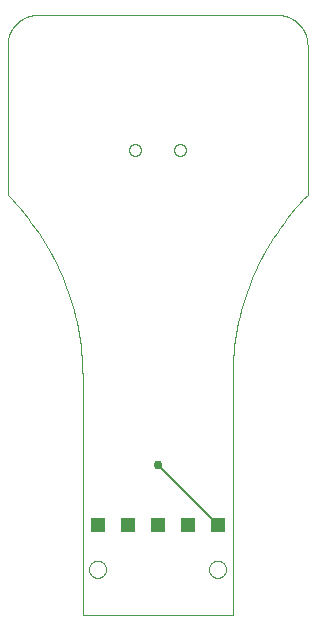
<source format=gtl>
G75*
%MOIN*%
%OFA0B0*%
%FSLAX25Y25*%
%IPPOS*%
%LPD*%
%AMOC8*
5,1,8,0,0,1.08239X$1,22.5*
%
%ADD10C,0.00000*%
%ADD11R,0.05150X0.05150*%
%ADD12C,0.00600*%
%ADD13C,0.02978*%
D10*
X0026000Y0001000D02*
X0026000Y0080645D01*
X0025976Y0082676D01*
X0025903Y0084706D01*
X0025783Y0086734D01*
X0025614Y0088759D01*
X0025396Y0090778D01*
X0025131Y0092792D01*
X0024818Y0094799D01*
X0024458Y0096799D01*
X0024049Y0098789D01*
X0023594Y0100768D01*
X0023092Y0102736D01*
X0022543Y0104692D01*
X0021947Y0106634D01*
X0021306Y0108562D01*
X0020618Y0110474D01*
X0019886Y0112368D01*
X0019108Y0114245D01*
X0018287Y0116103D01*
X0017421Y0117940D01*
X0016512Y0119757D01*
X0015559Y0121551D01*
X0014565Y0123322D01*
X0013528Y0125070D01*
X0012450Y0126791D01*
X0011332Y0128487D01*
X0010173Y0130156D01*
X0008975Y0131796D01*
X0007739Y0133408D01*
X0006464Y0134990D01*
X0005152Y0136541D01*
X0003804Y0138060D01*
X0002419Y0139547D01*
X0001000Y0141000D01*
X0001000Y0191000D01*
X0001003Y0191242D01*
X0001012Y0191483D01*
X0001026Y0191724D01*
X0001047Y0191965D01*
X0001073Y0192205D01*
X0001105Y0192445D01*
X0001143Y0192684D01*
X0001186Y0192921D01*
X0001236Y0193158D01*
X0001291Y0193393D01*
X0001351Y0193627D01*
X0001418Y0193859D01*
X0001489Y0194090D01*
X0001567Y0194319D01*
X0001650Y0194546D01*
X0001738Y0194771D01*
X0001832Y0194994D01*
X0001931Y0195214D01*
X0002036Y0195432D01*
X0002145Y0195647D01*
X0002260Y0195860D01*
X0002380Y0196070D01*
X0002505Y0196276D01*
X0002635Y0196480D01*
X0002770Y0196681D01*
X0002910Y0196878D01*
X0003054Y0197072D01*
X0003203Y0197262D01*
X0003357Y0197448D01*
X0003515Y0197631D01*
X0003677Y0197810D01*
X0003844Y0197985D01*
X0004015Y0198156D01*
X0004190Y0198323D01*
X0004369Y0198485D01*
X0004552Y0198643D01*
X0004738Y0198797D01*
X0004928Y0198946D01*
X0005122Y0199090D01*
X0005319Y0199230D01*
X0005520Y0199365D01*
X0005724Y0199495D01*
X0005930Y0199620D01*
X0006140Y0199740D01*
X0006353Y0199855D01*
X0006568Y0199964D01*
X0006786Y0200069D01*
X0007006Y0200168D01*
X0007229Y0200262D01*
X0007454Y0200350D01*
X0007681Y0200433D01*
X0007910Y0200511D01*
X0008141Y0200582D01*
X0008373Y0200649D01*
X0008607Y0200709D01*
X0008842Y0200764D01*
X0009079Y0200814D01*
X0009316Y0200857D01*
X0009555Y0200895D01*
X0009795Y0200927D01*
X0010035Y0200953D01*
X0010276Y0200974D01*
X0010517Y0200988D01*
X0010758Y0200997D01*
X0011000Y0201000D01*
X0091000Y0201000D01*
X0091242Y0200997D01*
X0091483Y0200988D01*
X0091724Y0200974D01*
X0091965Y0200953D01*
X0092205Y0200927D01*
X0092445Y0200895D01*
X0092684Y0200857D01*
X0092921Y0200814D01*
X0093158Y0200764D01*
X0093393Y0200709D01*
X0093627Y0200649D01*
X0093859Y0200582D01*
X0094090Y0200511D01*
X0094319Y0200433D01*
X0094546Y0200350D01*
X0094771Y0200262D01*
X0094994Y0200168D01*
X0095214Y0200069D01*
X0095432Y0199964D01*
X0095647Y0199855D01*
X0095860Y0199740D01*
X0096070Y0199620D01*
X0096276Y0199495D01*
X0096480Y0199365D01*
X0096681Y0199230D01*
X0096878Y0199090D01*
X0097072Y0198946D01*
X0097262Y0198797D01*
X0097448Y0198643D01*
X0097631Y0198485D01*
X0097810Y0198323D01*
X0097985Y0198156D01*
X0098156Y0197985D01*
X0098323Y0197810D01*
X0098485Y0197631D01*
X0098643Y0197448D01*
X0098797Y0197262D01*
X0098946Y0197072D01*
X0099090Y0196878D01*
X0099230Y0196681D01*
X0099365Y0196480D01*
X0099495Y0196276D01*
X0099620Y0196070D01*
X0099740Y0195860D01*
X0099855Y0195647D01*
X0099964Y0195432D01*
X0100069Y0195214D01*
X0100168Y0194994D01*
X0100262Y0194771D01*
X0100350Y0194546D01*
X0100433Y0194319D01*
X0100511Y0194090D01*
X0100582Y0193859D01*
X0100649Y0193627D01*
X0100709Y0193393D01*
X0100764Y0193158D01*
X0100814Y0192921D01*
X0100857Y0192684D01*
X0100895Y0192445D01*
X0100927Y0192205D01*
X0100953Y0191965D01*
X0100974Y0191724D01*
X0100988Y0191483D01*
X0100997Y0191242D01*
X0101000Y0191000D01*
X0101000Y0141000D01*
X0076000Y0080645D02*
X0076000Y0001000D01*
X0026000Y0001000D01*
X0028146Y0016197D02*
X0028148Y0016304D01*
X0028154Y0016410D01*
X0028164Y0016517D01*
X0028178Y0016622D01*
X0028196Y0016728D01*
X0028218Y0016832D01*
X0028243Y0016936D01*
X0028273Y0017038D01*
X0028306Y0017140D01*
X0028343Y0017240D01*
X0028384Y0017338D01*
X0028429Y0017435D01*
X0028477Y0017531D01*
X0028528Y0017624D01*
X0028583Y0017715D01*
X0028642Y0017805D01*
X0028704Y0017892D01*
X0028769Y0017976D01*
X0028837Y0018059D01*
X0028908Y0018138D01*
X0028982Y0018215D01*
X0029059Y0018289D01*
X0029138Y0018360D01*
X0029221Y0018428D01*
X0029305Y0018493D01*
X0029392Y0018555D01*
X0029482Y0018614D01*
X0029573Y0018669D01*
X0029666Y0018720D01*
X0029762Y0018768D01*
X0029859Y0018813D01*
X0029957Y0018854D01*
X0030057Y0018891D01*
X0030159Y0018924D01*
X0030261Y0018954D01*
X0030365Y0018979D01*
X0030469Y0019001D01*
X0030575Y0019019D01*
X0030680Y0019033D01*
X0030787Y0019043D01*
X0030893Y0019049D01*
X0031000Y0019051D01*
X0031107Y0019049D01*
X0031213Y0019043D01*
X0031320Y0019033D01*
X0031425Y0019019D01*
X0031531Y0019001D01*
X0031635Y0018979D01*
X0031739Y0018954D01*
X0031841Y0018924D01*
X0031943Y0018891D01*
X0032043Y0018854D01*
X0032141Y0018813D01*
X0032238Y0018768D01*
X0032334Y0018720D01*
X0032427Y0018669D01*
X0032518Y0018614D01*
X0032608Y0018555D01*
X0032695Y0018493D01*
X0032779Y0018428D01*
X0032862Y0018360D01*
X0032941Y0018289D01*
X0033018Y0018215D01*
X0033092Y0018138D01*
X0033163Y0018059D01*
X0033231Y0017976D01*
X0033296Y0017892D01*
X0033358Y0017805D01*
X0033417Y0017715D01*
X0033472Y0017624D01*
X0033523Y0017531D01*
X0033571Y0017435D01*
X0033616Y0017338D01*
X0033657Y0017240D01*
X0033694Y0017140D01*
X0033727Y0017038D01*
X0033757Y0016936D01*
X0033782Y0016832D01*
X0033804Y0016728D01*
X0033822Y0016622D01*
X0033836Y0016517D01*
X0033846Y0016410D01*
X0033852Y0016304D01*
X0033854Y0016197D01*
X0033852Y0016090D01*
X0033846Y0015984D01*
X0033836Y0015877D01*
X0033822Y0015772D01*
X0033804Y0015666D01*
X0033782Y0015562D01*
X0033757Y0015458D01*
X0033727Y0015356D01*
X0033694Y0015254D01*
X0033657Y0015154D01*
X0033616Y0015056D01*
X0033571Y0014959D01*
X0033523Y0014863D01*
X0033472Y0014770D01*
X0033417Y0014679D01*
X0033358Y0014589D01*
X0033296Y0014502D01*
X0033231Y0014418D01*
X0033163Y0014335D01*
X0033092Y0014256D01*
X0033018Y0014179D01*
X0032941Y0014105D01*
X0032862Y0014034D01*
X0032779Y0013966D01*
X0032695Y0013901D01*
X0032608Y0013839D01*
X0032518Y0013780D01*
X0032427Y0013725D01*
X0032334Y0013674D01*
X0032238Y0013626D01*
X0032141Y0013581D01*
X0032043Y0013540D01*
X0031943Y0013503D01*
X0031841Y0013470D01*
X0031739Y0013440D01*
X0031635Y0013415D01*
X0031531Y0013393D01*
X0031425Y0013375D01*
X0031320Y0013361D01*
X0031213Y0013351D01*
X0031107Y0013345D01*
X0031000Y0013343D01*
X0030893Y0013345D01*
X0030787Y0013351D01*
X0030680Y0013361D01*
X0030575Y0013375D01*
X0030469Y0013393D01*
X0030365Y0013415D01*
X0030261Y0013440D01*
X0030159Y0013470D01*
X0030057Y0013503D01*
X0029957Y0013540D01*
X0029859Y0013581D01*
X0029762Y0013626D01*
X0029666Y0013674D01*
X0029573Y0013725D01*
X0029482Y0013780D01*
X0029392Y0013839D01*
X0029305Y0013901D01*
X0029221Y0013966D01*
X0029138Y0014034D01*
X0029059Y0014105D01*
X0028982Y0014179D01*
X0028908Y0014256D01*
X0028837Y0014335D01*
X0028769Y0014418D01*
X0028704Y0014502D01*
X0028642Y0014589D01*
X0028583Y0014679D01*
X0028528Y0014770D01*
X0028477Y0014863D01*
X0028429Y0014959D01*
X0028384Y0015056D01*
X0028343Y0015154D01*
X0028306Y0015254D01*
X0028273Y0015356D01*
X0028243Y0015458D01*
X0028218Y0015562D01*
X0028196Y0015666D01*
X0028178Y0015772D01*
X0028164Y0015877D01*
X0028154Y0015984D01*
X0028148Y0016090D01*
X0028146Y0016197D01*
X0068146Y0016197D02*
X0068148Y0016304D01*
X0068154Y0016410D01*
X0068164Y0016517D01*
X0068178Y0016622D01*
X0068196Y0016728D01*
X0068218Y0016832D01*
X0068243Y0016936D01*
X0068273Y0017038D01*
X0068306Y0017140D01*
X0068343Y0017240D01*
X0068384Y0017338D01*
X0068429Y0017435D01*
X0068477Y0017531D01*
X0068528Y0017624D01*
X0068583Y0017715D01*
X0068642Y0017805D01*
X0068704Y0017892D01*
X0068769Y0017976D01*
X0068837Y0018059D01*
X0068908Y0018138D01*
X0068982Y0018215D01*
X0069059Y0018289D01*
X0069138Y0018360D01*
X0069221Y0018428D01*
X0069305Y0018493D01*
X0069392Y0018555D01*
X0069482Y0018614D01*
X0069573Y0018669D01*
X0069666Y0018720D01*
X0069762Y0018768D01*
X0069859Y0018813D01*
X0069957Y0018854D01*
X0070057Y0018891D01*
X0070159Y0018924D01*
X0070261Y0018954D01*
X0070365Y0018979D01*
X0070469Y0019001D01*
X0070575Y0019019D01*
X0070680Y0019033D01*
X0070787Y0019043D01*
X0070893Y0019049D01*
X0071000Y0019051D01*
X0071107Y0019049D01*
X0071213Y0019043D01*
X0071320Y0019033D01*
X0071425Y0019019D01*
X0071531Y0019001D01*
X0071635Y0018979D01*
X0071739Y0018954D01*
X0071841Y0018924D01*
X0071943Y0018891D01*
X0072043Y0018854D01*
X0072141Y0018813D01*
X0072238Y0018768D01*
X0072334Y0018720D01*
X0072427Y0018669D01*
X0072518Y0018614D01*
X0072608Y0018555D01*
X0072695Y0018493D01*
X0072779Y0018428D01*
X0072862Y0018360D01*
X0072941Y0018289D01*
X0073018Y0018215D01*
X0073092Y0018138D01*
X0073163Y0018059D01*
X0073231Y0017976D01*
X0073296Y0017892D01*
X0073358Y0017805D01*
X0073417Y0017715D01*
X0073472Y0017624D01*
X0073523Y0017531D01*
X0073571Y0017435D01*
X0073616Y0017338D01*
X0073657Y0017240D01*
X0073694Y0017140D01*
X0073727Y0017038D01*
X0073757Y0016936D01*
X0073782Y0016832D01*
X0073804Y0016728D01*
X0073822Y0016622D01*
X0073836Y0016517D01*
X0073846Y0016410D01*
X0073852Y0016304D01*
X0073854Y0016197D01*
X0073852Y0016090D01*
X0073846Y0015984D01*
X0073836Y0015877D01*
X0073822Y0015772D01*
X0073804Y0015666D01*
X0073782Y0015562D01*
X0073757Y0015458D01*
X0073727Y0015356D01*
X0073694Y0015254D01*
X0073657Y0015154D01*
X0073616Y0015056D01*
X0073571Y0014959D01*
X0073523Y0014863D01*
X0073472Y0014770D01*
X0073417Y0014679D01*
X0073358Y0014589D01*
X0073296Y0014502D01*
X0073231Y0014418D01*
X0073163Y0014335D01*
X0073092Y0014256D01*
X0073018Y0014179D01*
X0072941Y0014105D01*
X0072862Y0014034D01*
X0072779Y0013966D01*
X0072695Y0013901D01*
X0072608Y0013839D01*
X0072518Y0013780D01*
X0072427Y0013725D01*
X0072334Y0013674D01*
X0072238Y0013626D01*
X0072141Y0013581D01*
X0072043Y0013540D01*
X0071943Y0013503D01*
X0071841Y0013470D01*
X0071739Y0013440D01*
X0071635Y0013415D01*
X0071531Y0013393D01*
X0071425Y0013375D01*
X0071320Y0013361D01*
X0071213Y0013351D01*
X0071107Y0013345D01*
X0071000Y0013343D01*
X0070893Y0013345D01*
X0070787Y0013351D01*
X0070680Y0013361D01*
X0070575Y0013375D01*
X0070469Y0013393D01*
X0070365Y0013415D01*
X0070261Y0013440D01*
X0070159Y0013470D01*
X0070057Y0013503D01*
X0069957Y0013540D01*
X0069859Y0013581D01*
X0069762Y0013626D01*
X0069666Y0013674D01*
X0069573Y0013725D01*
X0069482Y0013780D01*
X0069392Y0013839D01*
X0069305Y0013901D01*
X0069221Y0013966D01*
X0069138Y0014034D01*
X0069059Y0014105D01*
X0068982Y0014179D01*
X0068908Y0014256D01*
X0068837Y0014335D01*
X0068769Y0014418D01*
X0068704Y0014502D01*
X0068642Y0014589D01*
X0068583Y0014679D01*
X0068528Y0014770D01*
X0068477Y0014863D01*
X0068429Y0014959D01*
X0068384Y0015056D01*
X0068343Y0015154D01*
X0068306Y0015254D01*
X0068273Y0015356D01*
X0068243Y0015458D01*
X0068218Y0015562D01*
X0068196Y0015666D01*
X0068178Y0015772D01*
X0068164Y0015877D01*
X0068154Y0015984D01*
X0068148Y0016090D01*
X0068146Y0016197D01*
X0076000Y0080645D02*
X0076024Y0082676D01*
X0076097Y0084706D01*
X0076217Y0086734D01*
X0076386Y0088759D01*
X0076604Y0090778D01*
X0076869Y0092792D01*
X0077182Y0094799D01*
X0077542Y0096799D01*
X0077951Y0098789D01*
X0078406Y0100768D01*
X0078908Y0102736D01*
X0079457Y0104692D01*
X0080053Y0106634D01*
X0080694Y0108562D01*
X0081382Y0110474D01*
X0082114Y0112368D01*
X0082892Y0114245D01*
X0083713Y0116103D01*
X0084579Y0117940D01*
X0085488Y0119757D01*
X0086441Y0121551D01*
X0087435Y0123322D01*
X0088472Y0125070D01*
X0089550Y0126791D01*
X0090668Y0128487D01*
X0091827Y0130156D01*
X0093025Y0131796D01*
X0094261Y0133408D01*
X0095536Y0134990D01*
X0096848Y0136541D01*
X0098196Y0138060D01*
X0099581Y0139547D01*
X0101000Y0141000D01*
X0056531Y0156000D02*
X0056533Y0156088D01*
X0056539Y0156176D01*
X0056549Y0156264D01*
X0056563Y0156352D01*
X0056580Y0156438D01*
X0056602Y0156524D01*
X0056627Y0156608D01*
X0056657Y0156692D01*
X0056689Y0156774D01*
X0056726Y0156854D01*
X0056766Y0156933D01*
X0056810Y0157010D01*
X0056857Y0157085D01*
X0056907Y0157157D01*
X0056961Y0157228D01*
X0057017Y0157295D01*
X0057077Y0157361D01*
X0057139Y0157423D01*
X0057205Y0157483D01*
X0057272Y0157539D01*
X0057343Y0157593D01*
X0057415Y0157643D01*
X0057490Y0157690D01*
X0057567Y0157734D01*
X0057646Y0157774D01*
X0057726Y0157811D01*
X0057808Y0157843D01*
X0057892Y0157873D01*
X0057976Y0157898D01*
X0058062Y0157920D01*
X0058148Y0157937D01*
X0058236Y0157951D01*
X0058324Y0157961D01*
X0058412Y0157967D01*
X0058500Y0157969D01*
X0058588Y0157967D01*
X0058676Y0157961D01*
X0058764Y0157951D01*
X0058852Y0157937D01*
X0058938Y0157920D01*
X0059024Y0157898D01*
X0059108Y0157873D01*
X0059192Y0157843D01*
X0059274Y0157811D01*
X0059354Y0157774D01*
X0059433Y0157734D01*
X0059510Y0157690D01*
X0059585Y0157643D01*
X0059657Y0157593D01*
X0059728Y0157539D01*
X0059795Y0157483D01*
X0059861Y0157423D01*
X0059923Y0157361D01*
X0059983Y0157295D01*
X0060039Y0157228D01*
X0060093Y0157157D01*
X0060143Y0157085D01*
X0060190Y0157010D01*
X0060234Y0156933D01*
X0060274Y0156854D01*
X0060311Y0156774D01*
X0060343Y0156692D01*
X0060373Y0156608D01*
X0060398Y0156524D01*
X0060420Y0156438D01*
X0060437Y0156352D01*
X0060451Y0156264D01*
X0060461Y0156176D01*
X0060467Y0156088D01*
X0060469Y0156000D01*
X0060467Y0155912D01*
X0060461Y0155824D01*
X0060451Y0155736D01*
X0060437Y0155648D01*
X0060420Y0155562D01*
X0060398Y0155476D01*
X0060373Y0155392D01*
X0060343Y0155308D01*
X0060311Y0155226D01*
X0060274Y0155146D01*
X0060234Y0155067D01*
X0060190Y0154990D01*
X0060143Y0154915D01*
X0060093Y0154843D01*
X0060039Y0154772D01*
X0059983Y0154705D01*
X0059923Y0154639D01*
X0059861Y0154577D01*
X0059795Y0154517D01*
X0059728Y0154461D01*
X0059657Y0154407D01*
X0059585Y0154357D01*
X0059510Y0154310D01*
X0059433Y0154266D01*
X0059354Y0154226D01*
X0059274Y0154189D01*
X0059192Y0154157D01*
X0059108Y0154127D01*
X0059024Y0154102D01*
X0058938Y0154080D01*
X0058852Y0154063D01*
X0058764Y0154049D01*
X0058676Y0154039D01*
X0058588Y0154033D01*
X0058500Y0154031D01*
X0058412Y0154033D01*
X0058324Y0154039D01*
X0058236Y0154049D01*
X0058148Y0154063D01*
X0058062Y0154080D01*
X0057976Y0154102D01*
X0057892Y0154127D01*
X0057808Y0154157D01*
X0057726Y0154189D01*
X0057646Y0154226D01*
X0057567Y0154266D01*
X0057490Y0154310D01*
X0057415Y0154357D01*
X0057343Y0154407D01*
X0057272Y0154461D01*
X0057205Y0154517D01*
X0057139Y0154577D01*
X0057077Y0154639D01*
X0057017Y0154705D01*
X0056961Y0154772D01*
X0056907Y0154843D01*
X0056857Y0154915D01*
X0056810Y0154990D01*
X0056766Y0155067D01*
X0056726Y0155146D01*
X0056689Y0155226D01*
X0056657Y0155308D01*
X0056627Y0155392D01*
X0056602Y0155476D01*
X0056580Y0155562D01*
X0056563Y0155648D01*
X0056549Y0155736D01*
X0056539Y0155824D01*
X0056533Y0155912D01*
X0056531Y0156000D01*
X0041531Y0156000D02*
X0041533Y0156088D01*
X0041539Y0156176D01*
X0041549Y0156264D01*
X0041563Y0156352D01*
X0041580Y0156438D01*
X0041602Y0156524D01*
X0041627Y0156608D01*
X0041657Y0156692D01*
X0041689Y0156774D01*
X0041726Y0156854D01*
X0041766Y0156933D01*
X0041810Y0157010D01*
X0041857Y0157085D01*
X0041907Y0157157D01*
X0041961Y0157228D01*
X0042017Y0157295D01*
X0042077Y0157361D01*
X0042139Y0157423D01*
X0042205Y0157483D01*
X0042272Y0157539D01*
X0042343Y0157593D01*
X0042415Y0157643D01*
X0042490Y0157690D01*
X0042567Y0157734D01*
X0042646Y0157774D01*
X0042726Y0157811D01*
X0042808Y0157843D01*
X0042892Y0157873D01*
X0042976Y0157898D01*
X0043062Y0157920D01*
X0043148Y0157937D01*
X0043236Y0157951D01*
X0043324Y0157961D01*
X0043412Y0157967D01*
X0043500Y0157969D01*
X0043588Y0157967D01*
X0043676Y0157961D01*
X0043764Y0157951D01*
X0043852Y0157937D01*
X0043938Y0157920D01*
X0044024Y0157898D01*
X0044108Y0157873D01*
X0044192Y0157843D01*
X0044274Y0157811D01*
X0044354Y0157774D01*
X0044433Y0157734D01*
X0044510Y0157690D01*
X0044585Y0157643D01*
X0044657Y0157593D01*
X0044728Y0157539D01*
X0044795Y0157483D01*
X0044861Y0157423D01*
X0044923Y0157361D01*
X0044983Y0157295D01*
X0045039Y0157228D01*
X0045093Y0157157D01*
X0045143Y0157085D01*
X0045190Y0157010D01*
X0045234Y0156933D01*
X0045274Y0156854D01*
X0045311Y0156774D01*
X0045343Y0156692D01*
X0045373Y0156608D01*
X0045398Y0156524D01*
X0045420Y0156438D01*
X0045437Y0156352D01*
X0045451Y0156264D01*
X0045461Y0156176D01*
X0045467Y0156088D01*
X0045469Y0156000D01*
X0045467Y0155912D01*
X0045461Y0155824D01*
X0045451Y0155736D01*
X0045437Y0155648D01*
X0045420Y0155562D01*
X0045398Y0155476D01*
X0045373Y0155392D01*
X0045343Y0155308D01*
X0045311Y0155226D01*
X0045274Y0155146D01*
X0045234Y0155067D01*
X0045190Y0154990D01*
X0045143Y0154915D01*
X0045093Y0154843D01*
X0045039Y0154772D01*
X0044983Y0154705D01*
X0044923Y0154639D01*
X0044861Y0154577D01*
X0044795Y0154517D01*
X0044728Y0154461D01*
X0044657Y0154407D01*
X0044585Y0154357D01*
X0044510Y0154310D01*
X0044433Y0154266D01*
X0044354Y0154226D01*
X0044274Y0154189D01*
X0044192Y0154157D01*
X0044108Y0154127D01*
X0044024Y0154102D01*
X0043938Y0154080D01*
X0043852Y0154063D01*
X0043764Y0154049D01*
X0043676Y0154039D01*
X0043588Y0154033D01*
X0043500Y0154031D01*
X0043412Y0154033D01*
X0043324Y0154039D01*
X0043236Y0154049D01*
X0043148Y0154063D01*
X0043062Y0154080D01*
X0042976Y0154102D01*
X0042892Y0154127D01*
X0042808Y0154157D01*
X0042726Y0154189D01*
X0042646Y0154226D01*
X0042567Y0154266D01*
X0042490Y0154310D01*
X0042415Y0154357D01*
X0042343Y0154407D01*
X0042272Y0154461D01*
X0042205Y0154517D01*
X0042139Y0154577D01*
X0042077Y0154639D01*
X0042017Y0154705D01*
X0041961Y0154772D01*
X0041907Y0154843D01*
X0041857Y0154915D01*
X0041810Y0154990D01*
X0041766Y0155067D01*
X0041726Y0155146D01*
X0041689Y0155226D01*
X0041657Y0155308D01*
X0041627Y0155392D01*
X0041602Y0155476D01*
X0041580Y0155562D01*
X0041563Y0155648D01*
X0041549Y0155736D01*
X0041539Y0155824D01*
X0041533Y0155912D01*
X0041531Y0156000D01*
D11*
X0041000Y0031000D03*
X0031000Y0031000D03*
X0051000Y0031000D03*
X0061000Y0031000D03*
X0071000Y0031000D03*
D12*
X0051000Y0051000D01*
D13*
X0051000Y0051000D03*
M02*

</source>
